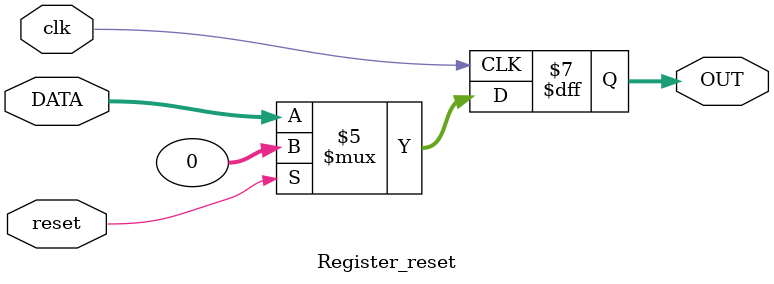
<source format=v>
module Register_reset#(
     parameter WIDTH=32)
    (
	  input  clk, reset,
	  input	[WIDTH-1:0] DATA,
	  output reg [WIDTH-1:0] OUT
    );
initial begin
	OUT<=0;
end
	 
always@(posedge clk) begin
	if (reset == 1'b1)
		OUT<={WIDTH{1'b0}};		
	else	
		OUT<=DATA;
end
	 
endmodule	 
</source>
